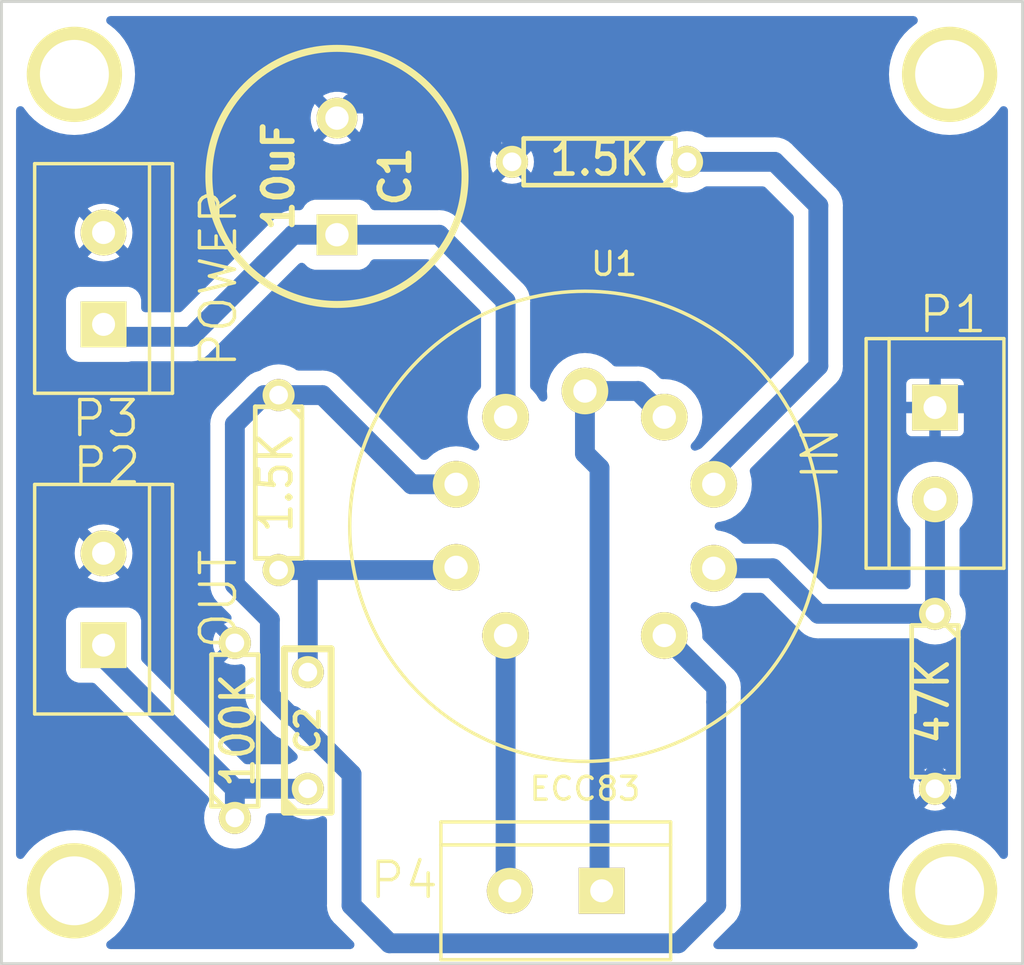
<source format=kicad_pcb>
(kicad_pcb (version 20221018) (generator pcbnew)
  (layers (0 "F.Cu" signal "Composant") (31 "B.Cu" signal "Cuivre") (34 "B.Paste" user) (35 "F.Paste" user) (36 "B.SilkS" user "B.Silkscreen") (37 "F.SilkS" user "F.Silkscreen") (38 "B.Mask" user) (39 "F.Mask" user) (44 "Edge.Cuts" user))
  (net 0 "")
  (net 1 "GND")
  (net 2 "Net-(C1-Pad1)")
  (net 3 "Net-(C2-Pad1)")
  (net 4 "Net-(C2-Pad2)")
  (net 5 "Net-(P1-Pad2)")
  (net 6 "Net-(P4-Pad1)")
  (net 7 "Net-(P4-Pad2)")
  (net 8 "Net-(R1-Pad1)")
  (net 9 "Net-(R2-Pad1)")
  (net 10 "Net-(P5-Pad1)")
  (net 11 "Net-(P6-Pad1)")
  (net 12 "Net-(P7-Pad1)")
  (net 13 "Net-(P8-Pad1)")
  (footprint "discret:C2V10" (layer "F.Cu") (at 138.43 98.425 90)
    (fp_text reference "C1" (at 0 2.54 90) (layer "F.SilkS") (effects (font (size 1.27 1.27) (thickness 0.254))))
    (fp_text value "10uF" (at 0 -2.54 90) (layer "F.SilkS") (effects (font (size 1.27 1.27) (thickness 0.254))))
    (fp_circle (center 0 0) (end 4.826 -2.794) (stroke (width 0.3048)) (fill none) (layer "F.SilkS"))
    (pad "1" thru_hole rect (at -2.54 0 90) (size 1.778 1.778) (drill 1.016) (layers "*.Cu" "*.Mask" "F.SilkS") (net 2 "Net-(C1-Pad1)"))
    (pad "2" thru_hole circle (at 2.54 0 90) (size 1.778 1.778) (drill 1.016) (layers "*.Cu" "*.Mask" "F.SilkS") (net 1 "GND"))
  )
  (footprint "discret:C2" (layer "F.Cu") (at 137.16 122.555 90)
    (fp_text reference "C2" (at 0 0 90) (layer "F.SilkS") (effects (font (size 1.016 1.016) (thickness 0.2032))))
    (fp_text value "680nF" hide)
    (fp_line (start -3.556 -1.016) (end 3.556 -1.016) (stroke (width 0.3048)) (layer "F.SilkS"))
    (fp_line (start -3.556 -0.508) (end -3.048 -1.016) (stroke (width 0.3048)) (layer "F.SilkS"))
    (fp_line (start -3.556 1.016) (end -3.556 -1.016) (stroke (width 0.3048)) (layer "F.SilkS"))
    (fp_line (start 3.556 -1.016) (end 3.556 1.016) (stroke (width 0.3048)) (layer "F.SilkS"))
    (fp_line (start 3.556 1.016) (end -3.556 1.016) (stroke (width 0.3048)) (layer "F.SilkS"))
    (pad "1" thru_hole circle (at -2.54 0 90) (size 1.397 1.397) (drill 0.8128) (layers "*.Cu" "*.Mask" "F.SilkS") (net 3 "Net-(C2-Pad1)"))
    (pad "2" thru_hole circle (at 2.54 0 90) (size 1.397 1.397) (drill 0.8128) (layers "*.Cu" "*.Mask" "F.SilkS") (net 4 "Net-(C2-Pad2)"))
  )
  (footprint "connect:bornier2" (layer "F.Cu") (at 164.465 110.49 -90)
    (fp_text reference "P1" (at -6.05 -0.775) (layer "F.SilkS") (effects (font (size 1.524 1.524))))
    (fp_text value "IN" (at 0 5 270) (layer "F.SilkS") (effects (font (size 1.524 1.524))))
    (fp_line (start -5 -3) (end -5 3) (stroke (width 0.15)) (layer "F.SilkS"))
    (fp_line (start -5 3) (end 5 3) (stroke (width 0.15)) (layer "F.SilkS"))
    (fp_line (start 5 -3) (end -5 -3) (stroke (width 0.15)) (layer "F.SilkS"))
    (fp_line (start 5 2) (end -5 2) (stroke (width 0.15)) (layer "F.SilkS"))
    (fp_line (start 5 3) (end 5 -3) (stroke (width 0.15)) (layer "F.SilkS"))
    (pad "1" thru_hole rect (at -2 0 270) (size 2 2) (drill 1) (layers "*.Cu" "*.Mask" "F.SilkS") (net 1 "GND"))
    (pad "2" thru_hole circle (at 2 0 270) (size 2 2) (drill 1) (layers "*.Cu" "*.Mask" "F.SilkS") (net 5 "Net-(P1-Pad2)"))
  )
  (footprint "connect:bornier2" (layer "F.Cu") (at 128.27 116.84 90)
    (fp_text reference "P2" (at 5.81 0.14 180) (layer "F.SilkS") (effects (font (size 1.524 1.524))))
    (fp_text value "OUT" (at 0 5 90) (layer "F.SilkS") (effects (font (size 1.524 1.524))))
    (fp_line (start -5 -3) (end -5 3) (stroke (width 0.15)) (layer "F.SilkS"))
    (fp_line (start -5 3) (end 5 3) (stroke (width 0.15)) (layer "F.SilkS"))
    (fp_line (start 5 -3) (end -5 -3) (stroke (width 0.15)) (layer "F.SilkS"))
    (fp_line (start 5 2) (end -5 2) (stroke (width 0.15)) (layer "F.SilkS"))
    (fp_line (start 5 3) (end 5 -3) (stroke (width 0.15)) (layer "F.SilkS"))
    (pad "1" thru_hole rect (at -2 0 90) (size 2 2) (drill 1) (layers "*.Cu" "*.Mask" "F.SilkS") (net 3 "Net-(C2-Pad1)"))
    (pad "2" thru_hole circle (at 2 0 90) (size 2 2) (drill 1) (layers "*.Cu" "*.Mask" "F.SilkS") (net 1 "GND"))
  )
  (footprint "connect:bornier2" (layer "F.Cu") (at 128.27 102.87 90)
    (fp_text reference "P3" (at -6.1 0.09 180) (layer "F.SilkS") (effects (font (size 1.524 1.524))))
    (fp_text value "POWER" (at 0 5 90) (layer "F.SilkS") (effects (font (size 1.524 1.524))))
    (fp_line (start -5 -3) (end -5 3) (stroke (width 0.15)) (layer "F.SilkS"))
    (fp_line (start -5 3) (end 5 3) (stroke (width 0.15)) (layer "F.SilkS"))
    (fp_line (start 5 -3) (end -5 -3) (stroke (width 0.15)) (layer "F.SilkS"))
    (fp_line (start 5 2) (end -5 2) (stroke (width 0.15)) (layer "F.SilkS"))
    (fp_line (start 5 3) (end 5 -3) (stroke (width 0.15)) (layer "F.SilkS"))
    (pad "1" thru_hole rect (at -2 0 90) (size 2 2) (drill 1) (layers "*.Cu" "*.Mask" "F.SilkS") (net 2 "Net-(C1-Pad1)"))
    (pad "2" thru_hole circle (at 2 0 90) (size 2 2) (drill 1) (layers "*.Cu" "*.Mask" "F.SilkS") (net 1 "GND"))
  )
  (footprint "connect:bornier2" (layer "F.Cu") (at 147.955 129.54 180)
    (fp_text reference "P4" (at 6.605 0.46 180) (layer "F.SilkS") (effects (font (size 1.524 1.524))))
    (fp_text value "CONN_2" hide)
    (fp_line (start -5 -3) (end -5 3) (stroke (width 0.15)) (layer "F.SilkS"))
    (fp_line (start -5 3) (end 5 3) (stroke (width 0.15)) (layer "F.SilkS"))
    (fp_line (start 5 -3) (end -5 -3) (stroke (width 0.15)) (layer "F.SilkS"))
    (fp_line (start 5 2) (end -5 2) (stroke (width 0.15)) (layer "F.SilkS"))
    (fp_line (start 5 3) (end 5 -3) (stroke (width 0.15)) (layer "F.SilkS"))
    (pad "1" thru_hole rect (at -2 0 180) (size 2 2) (drill 1) (layers "*.Cu" "*.Mask" "F.SilkS") (net 6 "Net-(P4-Pad1)"))
    (pad "2" thru_hole circle (at 2 0 180) (size 2 2) (drill 1) (layers "*.Cu" "*.Mask" "F.SilkS") (net 7 "Net-(P4-Pad2)"))
  )
  (footprint "connect:1pin" (layer "F.Cu") (at 127 93.98)
    (fp_text reference "P5" hide)
    (fp_text value "CONN_1" hide)
    (fp_circle (center 0 0) (end 0 -2) (stroke (width 0.15)) (fill none) (layer "F.SilkS"))
    (pad "1" thru_hole circle (at 0 0) (size 4 4) (drill 3) (layers "*.Cu" "*.Mask" "F.SilkS") (net 10 "Net-(P5-Pad1)"))
  )
  (footprint "connect:1pin" (layer "F.Cu") (at 165.1 93.98)
    (fp_text reference "P6" hide)
    (fp_text value "CONN_1" hide)
    (fp_circle (center 0 0) (end 0 -2) (stroke (width 0.15)) (fill none) (layer "F.SilkS"))
    (pad "1" thru_hole circle (at 0 0) (size 4 4) (drill 3) (layers "*.Cu" "*.Mask" "F.SilkS") (net 11 "Net-(P6-Pad1)"))
  )
  (footprint "connect:1pin" (layer "F.Cu") (at 165.1 129.54)
    (fp_text reference "P7" hide)
    (fp_text value "CONN_1" hide)
    (fp_circle (center 0 0) (end 0 -2) (stroke (width 0.15)) (fill none) (layer "F.SilkS"))
    (pad "1" thru_hole circle (at 0 0) (size 4 4) (drill 3) (layers "*.Cu" "*.Mask" "F.SilkS") (net 12 "Net-(P7-Pad1)"))
  )
  (footprint "connect:1pin" (layer "F.Cu") (at 127 129.54)
    (fp_text reference "P8" hide)
    (fp_text value "CONN_1" hide)
    (fp_circle (center 0 0) (end 0 -2) (stroke (width 0.15)) (fill none) (layer "F.SilkS"))
    (pad "1" thru_hole circle (at 0 0) (size 4 4) (drill 3) (layers "*.Cu" "*.Mask" "F.SilkS") (net 13 "Net-(P8-Pad1)"))
  )
  (footprint "discret:R3" (layer "F.Cu") (at 135.89 111.76 -90)
    (fp_text reference "R1" hide)
    (fp_text value "1.5K" (at 0 0.127 270) (layer "F.SilkS") (effects (font (size 1.397 1.27) (thickness 0.2032))))
    (fp_line (start -3.81 0) (end -3.302 0) (stroke (width 0.2032)) (layer "F.SilkS"))
    (fp_line (start -3.302 -1.016) (end -3.302 1.016) (stroke (width 0.2032)) (layer "F.SilkS"))
    (fp_line (start -3.302 -0.508) (end -2.794 -1.016) (stroke (width 0.2032)) (layer "F.SilkS"))
    (fp_line (start -3.302 1.016) (end 3.302 1.016) (stroke (width 0.2032)) (layer "F.SilkS"))
    (fp_line (start 3.302 -1.016) (end -3.302 -1.016) (stroke (width 0.2032)) (layer "F.SilkS"))
    (fp_line (start 3.302 0) (end 3.302 -1.016) (stroke (width 0.2032)) (layer "F.SilkS"))
    (fp_line (start 3.302 1.016) (end 3.302 0) (stroke (width 0.2032)) (layer "F.SilkS"))
    (fp_line (start 3.81 0) (end 3.302 0) (stroke (width 0.2032)) (layer "F.SilkS"))
    (pad "1" thru_hole circle (at -3.81 0 270) (size 1.397 1.397) (drill 0.8128) (layers "*.Cu" "*.Mask" "F.SilkS") (net 8 "Net-(R1-Pad1)"))
    (pad "2" thru_hole circle (at 3.81 0 270) (size 1.397 1.397) (drill 0.8128) (layers "*.Cu" "*.Mask" "F.SilkS") (net 4 "Net-(C2-Pad2)"))
  )
  (footprint "discret:R3" (layer "F.Cu") (at 149.86 97.79 180)
    (fp_text reference "R2" hide)
    (fp_text value "1.5K" (at 0 0.127 180) (layer "F.SilkS") (effects (font (size 1.397 1.27) (thickness 0.2032))))
    (fp_line (start -3.81 0) (end -3.302 0) (stroke (width 0.2032)) (layer "F.SilkS"))
    (fp_line (start -3.302 -1.016) (end -3.302 1.016) (stroke (width 0.2032)) (layer "F.SilkS"))
    (fp_line (start -3.302 -0.508) (end -2.794 -1.016) (stroke (width 0.2032)) (layer "F.SilkS"))
    (fp_line (start -3.302 1.016) (end 3.302 1.016) (stroke (width 0.2032)) (layer "F.SilkS"))
    (fp_line (start 3.302 -1.016) (end -3.302 -1.016) (stroke (width 0.2032)) (layer "F.SilkS"))
    (fp_line (start 3.302 0) (end 3.302 -1.016) (stroke (width 0.2032)) (layer "F.SilkS"))
    (fp_line (start 3.302 1.016) (end 3.302 0) (stroke (width 0.2032)) (layer "F.SilkS"))
    (fp_line (start 3.81 0) (end 3.302 0) (stroke (width 0.2032)) (layer "F.SilkS"))
    (pad "1" thru_hole circle (at -3.81 0 180) (size 1.397 1.397) (drill 0.8128) (layers "*.Cu" "*.Mask" "F.SilkS") (net 9 "Net-(R2-Pad1)"))
    (pad "2" thru_hole circle (at 3.81 0 180) (size 1.397 1.397) (drill 0.8128) (layers "*.Cu" "*.Mask" "F.SilkS") (net 1 "GND"))
  )
  (footprint "discret:R3" (layer "F.Cu") (at 133.985 122.555 90)
    (fp_text reference "R3" hide)
    (fp_text value "100K" (at 0 0.127 90) (layer "F.SilkS") (effects (font (size 1.397 1.27) (thickness 0.2032))))
    (fp_line (start -3.81 0) (end -3.302 0) (stroke (width 0.2032)) (layer "F.SilkS"))
    (fp_line (start -3.302 -1.016) (end -3.302 1.016) (stroke (width 0.2032)) (layer "F.SilkS"))
    (fp_line (start -3.302 -0.508) (end -2.794 -1.016) (stroke (width 0.2032)) (layer "F.SilkS"))
    (fp_line (start -3.302 1.016) (end 3.302 1.016) (stroke (width 0.2032)) (layer "F.SilkS"))
    (fp_line (start 3.302 -1.016) (end -3.302 -1.016) (stroke (width 0.2032)) (layer "F.SilkS"))
    (fp_line (start 3.302 0) (end 3.302 -1.016) (stroke (width 0.2032)) (layer "F.SilkS"))
    (fp_line (start 3.302 1.016) (end 3.302 0) (stroke (width 0.2032)) (layer "F.SilkS"))
    (fp_line (start 3.81 0) (end 3.302 0) (stroke (width 0.2032)) (layer "F.SilkS"))
    (pad "1" thru_hole circle (at -3.81 0 90) (size 1.397 1.397) (drill 0.8128) (layers "*.Cu" "*.Mask" "F.SilkS") (net 3 "Net-(C2-Pad1)"))
    (pad "2" thru_hole circle (at 3.81 0 90) (size 1.397 1.397) (drill 0.8128) (layers "*.Cu" "*.Mask" "F.SilkS") (net 1 "GND"))
  )
  (footprint "discret:R3" (layer "F.Cu") (at 164.465 121.285 -90)
    (fp_text reference "R4" hide)
    (fp_text value "47K" (at 0 0.127 270) (layer "F.SilkS") (effects (font (size 1.397 1.27) (thickness 0.2032))))
    (fp_line (start -3.81 0) (end -3.302 0) (stroke (width 0.2032)) (layer "F.SilkS"))
    (fp_line (start -3.302 -1.016) (end -3.302 1.016) (stroke (width 0.2032)) (layer "F.SilkS"))
    (fp_line (start -3.302 -0.508) (end -2.794 -1.016) (stroke (width 0.2032)) (layer "F.SilkS"))
    (fp_line (start -3.302 1.016) (end 3.302 1.016) (stroke (width 0.2032)) (layer "F.SilkS"))
    (fp_line (start 3.302 -1.016) (end -3.302 -1.016) (stroke (width 0.2032)) (layer "F.SilkS"))
    (fp_line (start 3.302 0) (end 3.302 -1.016) (stroke (width 0.2032)) (layer "F.SilkS"))
    (fp_line (start 3.302 1.016) (end 3.302 0) (stroke (width 0.2032)) (layer "F.SilkS"))
    (fp_line (start 3.81 0) (end 3.302 0) (stroke (width 0.2032)) (layer "F.SilkS"))
    (pad "1" thru_hole circle (at -3.81 0 270) (size 1.397 1.397) (drill 0.8128) (layers "*.Cu" "*.Mask" "F.SilkS") (net 5 "Net-(P1-Pad2)"))
    (pad "2" thru_hole circle (at 3.81 0 270) (size 1.397 1.397) (drill 0.8128) (layers "*.Cu" "*.Mask" "F.SilkS") (net 1 "GND"))
  )
  (footprint "Valves:VALVE-ECC-83-1" (layer "F.Cu") (at 149.225 113.665)
    (fp_text reference "U1" (at 1.27 -11.43) (layer "F.SilkS"))
    (fp_text value "ECC83" (at 0 11.43) (layer "F.SilkS"))
    (fp_circle (center 0 0) (end 10.16 1.27) (stroke (width 0.15)) (fill none) (layer "F.SilkS"))
    (pad "1" thru_hole circle (at 3.4544 4.75488) (size 2.032 2.032) (drill 1.016) (layers "*.Cu" "*.Mask" "F.SilkS") (net 8 "Net-(R1-Pad1)"))
    (pad "2" thru_hole circle (at 5.60832 1.8288) (size 2.032 2.032) (drill 1.016) (layers "*.Cu" "*.Mask" "F.SilkS") (net 5 "Net-(P1-Pad2)"))
    (pad "3" thru_hole circle (at 5.60832 -1.8288) (size 2.032 2.032) (drill 1.016) (layers "*.Cu" "*.Mask" "F.SilkS") (net 9 "Net-(R2-Pad1)"))
    (pad "4" thru_hole circle (at 3.4544 -4.75488) (size 2.032 2.032) (drill 1.016) (layers "*.Cu" "*.Mask" "F.SilkS") (net 6 "Net-(P4-Pad1)"))
    (pad "5" thru_hole circle (at 0 -5.8928) (size 2.032 2.032) (drill 1.016) (layers "*.Cu" "*.Mask" "F.SilkS") (net 6 "Net-(P4-Pad1)"))
    (pad "6" thru_hole circle (at -3.4544 -4.75488) (size 2.032 2.032) (drill 1.016) (layers "*.Cu" "*.Mask" "F.SilkS") (net 2 "Net-(C1-Pad1)"))
    (pad "7" thru_hole circle (at -5.60832 -1.8288) (size 2.032 2.032) (drill 1.016) (layers "*.Cu" "*.Mask" "F.SilkS") (net 8 "Net-(R1-Pad1)"))
    (pad "8" thru_hole circle (at -5.60832 1.78816) (size 2.032 2.032) (drill 1.016) (layers "*.Cu" "*.Mask" "F.SilkS") (net 4 "Net-(C2-Pad2)"))
    (pad "9" thru_hole circle (at -3.4544 4.75488) (size 2.032 2.032) (drill 1.016) (layers "*.Cu" "*.Mask" "F.SilkS") (net 7 "Net-(P4-Pad2)"))
  )
  (gr_line (start 123.825 90.805) (end 123.825 132.715) (stroke (width 0.127)) (layer "Edge.Cuts"))
  (gr_line (start 168.275 90.805) (end 123.825 90.805) (stroke (width 0.127)) (layer "Edge.Cuts"))
  (gr_line (start 168.275 90.805) (end 168.275 132.715) (stroke (width 0.127)) (layer "Edge.Cuts"))
  (gr_line (start 123.825 132.715) (end 168.275 132.715) (stroke (width 0.127)) (layer "Edge.Cuts"))
  (segment (start 139.065 95.25) (end 142.24 95.25) (width 0.8636) (layer "B.Cu") (net 1))
  (segment (start 138.43 95.885) (end 139.065 95.25) (width 0.8636) (layer "B.Cu") (net 1))
  (segment (start 142.24 95.25) (end 146.05 95.25) (width 0.8636) (layer "B.Cu") (net 1))
  (segment (start 164.465 125.095) (end 164.465 124.46) (width 0.8636) (layer "B.Cu") (net 1))
  (segment (start 146.05 97.79) (end 146.05 95.25) (width 0.8636) (layer "B.Cu") (net 1))
  (segment (start 164.465 107.95) (end 165.735 107.95) (width 0.8636) (layer "B.Cu") (net 1))
  (segment (start 145.7706 103.8606) (end 142.875 100.965) (width 0.8636) (layer "B.Cu") (net 2))
  (segment (start 132.08 105.41) (end 135.255 102.235) (width 0.8636) (layer "B.Cu") (net 2))
  (segment (start 145.7706 108.91012) (end 145.7706 103.8606) (width 0.8636) (layer "B.Cu") (net 2))
  (segment (start 138.43 100.965) (end 136.525 100.965) (width 0.8636) (layer "B.Cu") (net 2))
  (segment (start 128.27 105.41) (end 132.08 105.41) (width 0.8636) (layer "B.Cu") (net 2))
  (segment (start 136.525 100.965) (end 135.255 102.235) (width 0.8636) (layer "B.Cu") (net 2))
  (segment (start 142.875 100.965) (end 138.43 100.965) (width 0.8636) (layer "B.Cu") (net 2))
  (segment (start 137.16 125.095) (end 133.985 125.095) (width 0.8636) (layer "B.Cu") (net 3))
  (segment (start 133.985 126.365) (end 133.985 125.095) (width 0.8636) (layer "B.Cu") (net 3))
  (segment (start 133.985 125.095) (end 128.27 119.38) (width 0.8636) (layer "B.Cu") (net 3))
  (segment (start 137.16 120.015) (end 137.16 115.57) (width 0.8636) (layer "B.Cu") (net 4))
  (segment (start 135.89 115.57) (end 137.16 115.57) (width 0.8636) (layer "B.Cu") (net 4))
  (segment (start 143.49984 115.57) (end 143.61668 115.45316) (width 0.8636) (layer "B.Cu") (net 4))
  (segment (start 137.16 115.57) (end 143.49984 115.57) (width 0.8636) (layer "B.Cu") (net 4))
  (segment (start 154.83332 115.4938) (end 157.4038 115.4938) (width 0.8636) (layer "B.Cu") (net 5))
  (segment (start 159.385 117.475) (end 164.465 117.475) (width 0.8636) (layer "B.Cu") (net 5))
  (segment (start 157.4038 115.4938) (end 159.385 117.475) (width 0.8636) (layer "B.Cu") (net 5))
  (segment (start 164.465 117.475) (end 164.465 113.03) (width 0.8636) (layer "B.Cu") (net 5))
  (segment (start 149.225 107.7722) (end 149.225 110.49) (width 0.8636) (layer "B.Cu") (net 6))
  (segment (start 149.225 110.49) (end 149.86 111.125) (width 0.8636) (layer "B.Cu") (net 6))
  (segment (start 149.225 107.7722) (end 151.54148 107.7722) (width 0.8636) (layer "B.Cu") (net 6))
  (segment (start 151.54148 107.7722) (end 152.6794 108.91012) (width 0.8636) (layer "B.Cu") (net 6))
  (segment (start 149.86 111.125) (end 149.86 128.905) (width 0.8636) (layer "B.Cu") (net 6))
  (segment (start 149.86 128.905) (end 150.495 129.54) (width 0.8636) (layer "B.Cu") (net 6))
  (segment (start 145.7706 129.1844) (end 145.415 129.54) (width 0.8636) (layer "B.Cu") (net 7))
  (segment (start 145.7706 118.41988) (end 145.7706 129.1844) (width 0.8636) (layer "B.Cu") (net 7))
  (segment (start 153.289 131.826) (end 154.94 130.175) (width 0.8636) (layer "B.Cu") (net 8))
  (segment (start 135.509 117.729) (end 133.985 116.205) (width 0.8636) (layer "B.Cu") (net 8))
  (segment (start 154.94 130.175) (end 154.94 121.31548) (width 0.8636) (layer "B.Cu") (net 8))
  (segment (start 135.89 107.95) (end 137.795 107.95) (width 0.8636) (layer "B.Cu") (net 8))
  (segment (start 154.94 121.31548) (end 154.94 120.68048) (width 0.8636) (layer "B.Cu") (net 8))
  (segment (start 154.94 121.31548) (end 154.94 121.31548) (width 0.8636) (layer "B.Cu") (net 8))
  (segment (start 136.525 121.92) (end 136.398 121.92) (width 0.8636) (layer "B.Cu") (net 8))
  (segment (start 154.94 120.68048) (end 152.6794 118.41988) (width 0.8636) (layer "B.Cu") (net 8))
  (segment (start 140.335 131.445) (end 140.716 131.826) (width 0.8636) (layer "B.Cu") (net 8))
  (segment (start 139.065 130.175) (end 140.335 131.445) (width 0.8636) (layer "B.Cu") (net 8))
  (segment (start 135.255 107.95) (end 133.985 109.22) (width 0.8636) (layer "B.Cu") (net 8))
  (segment (start 135.509 121.031) (end 135.509 117.729) (width 0.8636) (layer "B.Cu") (net 8))
  (segment (start 136.398 121.92) (end 135.509 121.031) (width 0.8636) (layer "B.Cu") (net 8))
  (segment (start 135.89 107.95) (end 135.255 107.95) (width 0.8636) (layer "B.Cu") (net 8))
  (segment (start 133.985 109.22) (end 133.985 116.205) (width 0.8636) (layer "B.Cu") (net 8))
  (segment (start 140.716 131.826) (end 153.289 131.826) (width 0.8636) (layer "B.Cu") (net 8))
  (segment (start 143.61668 111.8362) (end 141.6812 111.8362) (width 0.8636) (layer "B.Cu") (net 8))
  (segment (start 141.6812 111.8362) (end 137.795 107.95) (width 0.8636) (layer "B.Cu") (net 8))
  (segment (start 136.525 121.92) (end 139.065 124.46) (width 0.8636) (layer "B.Cu") (net 8))
  (segment (start 139.065 124.46) (end 139.065 130.175) (width 0.8636) (layer "B.Cu") (net 8))
  (segment (start 159.385 106.68) (end 159.385 99.695) (width 0.8636) (layer "B.Cu") (net 9))
  (segment (start 154.83332 111.23168) (end 159.385 106.68) (width 0.8636) (layer "B.Cu") (net 9))
  (segment (start 157.48 97.79) (end 159.385 99.695) (width 0.8636) (layer "B.Cu") (net 9))
  (segment (start 153.67 97.79) (end 157.48 97.79) (width 0.8636) (layer "B.Cu") (net 9))
  (segment (start 154.83332 111.8362) (end 154.83332 111.23168) (width 0.8636) (layer "B.Cu") (net 9))
  (zone (net 1) (net_name "GND") (layer "B.Cu") (connect_pads (clearance 0.635)) (min_thickness 0.381) (fill yes (thermal_gap 0.254) (thermal_bridge_width 0.50038))
    (polygon (pts (xy 167.64 132.08) (xy 167.64 91.44) (xy 124.46 91.44) (xy 124.46 132.08)))
  )
)
</source>
